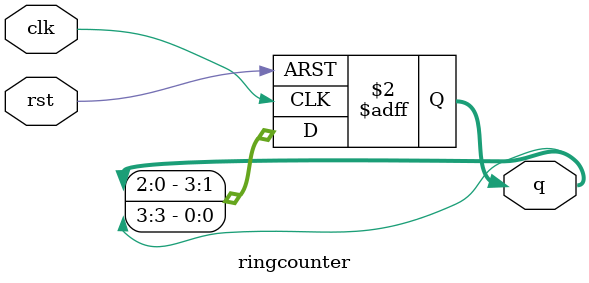
<source format=v>
module ringcounter(
  input clk,rst,
  output reg[3:0]q);
  
  always@(posedge clk or posedge rst)
  begin
    if(rst)
      q <= 4'b1000;
  else
    q<= {q[2:0],q[3]};
  end
  
endmodule

</source>
